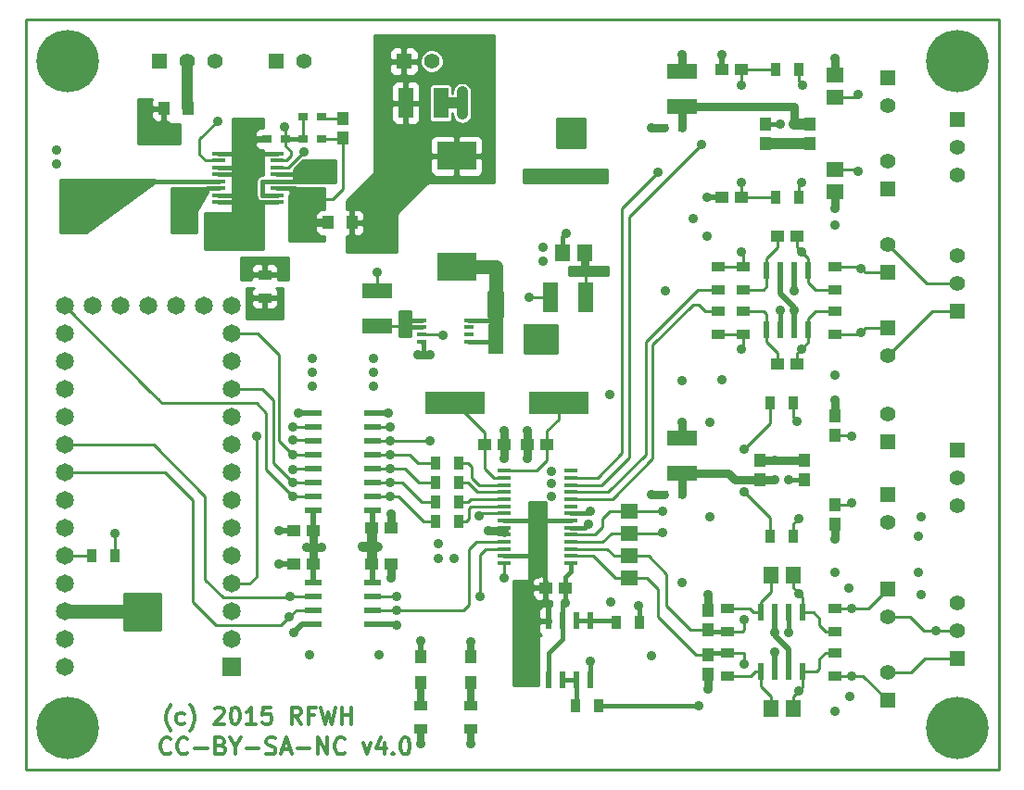
<source format=gtl>
G04 (created by PCBNEW (2013-07-07 BZR 4022)-stable) date 5/12/2015 8:03:53 AM*
%MOIN*%
G04 Gerber Fmt 3.4, Leading zero omitted, Abs format*
%FSLAX34Y34*%
G01*
G70*
G90*
G04 APERTURE LIST*
%ADD10C,0.006*%
%ADD11C,0.012*%
%ADD12C,0.01*%
%ADD13C,0.035*%
%ADD14R,0.0472441X0.0354331*%
%ADD15R,0.0354331X0.0472441*%
%ADD16R,0.0354331X0.0314961*%
%ADD17R,0.216535X0.0787402*%
%ADD18R,0.023622X0.0610236*%
%ADD19R,0.065X0.065*%
%ADD20C,0.065*%
%ADD21R,0.0610236X0.023622*%
%ADD22R,0.055X0.055*%
%ADD23C,0.055*%
%ADD24R,0.1X0.14*%
%ADD25R,0.14X0.1*%
%ADD26R,0.05X0.0165*%
%ADD27R,0.0354331X0.0165354*%
%ADD28R,0.0433071X0.0492126*%
%ADD29R,0.0531496X0.110236*%
%ADD30R,0.110236X0.0531496*%
%ADD31R,0.0610236X0.0531496*%
%ADD32R,0.0531496X0.0610236*%
%ADD33R,0.0452756X0.0433071*%
%ADD34R,0.0433071X0.0452756*%
%ADD35R,0.0511811X0.015748*%
%ADD36R,0.0393701X0.0472441*%
%ADD37R,0.0314961X0.0314961*%
%ADD38C,0.224409*%
%ADD39C,0.02*%
%ADD40C,0.035*%
%ADD41C,0.015*%
%ADD42C,0.03*%
%ADD43C,0.025*%
%ADD44C,0.05*%
%ADD45C,0.04*%
G04 APERTURE END LIST*
G54D10*
G54D11*
X43222Y-53581D02*
X43194Y-53552D01*
X43137Y-53467D01*
X43108Y-53410D01*
X43080Y-53324D01*
X43051Y-53181D01*
X43051Y-53067D01*
X43080Y-52924D01*
X43108Y-52838D01*
X43137Y-52781D01*
X43194Y-52695D01*
X43222Y-52667D01*
X43708Y-53324D02*
X43651Y-53352D01*
X43537Y-53352D01*
X43480Y-53324D01*
X43451Y-53295D01*
X43422Y-53238D01*
X43422Y-53067D01*
X43451Y-53010D01*
X43480Y-52981D01*
X43537Y-52952D01*
X43651Y-52952D01*
X43708Y-52981D01*
X43908Y-53581D02*
X43937Y-53552D01*
X43994Y-53467D01*
X44022Y-53410D01*
X44051Y-53324D01*
X44080Y-53181D01*
X44080Y-53067D01*
X44051Y-52924D01*
X44022Y-52838D01*
X43994Y-52781D01*
X43937Y-52695D01*
X43908Y-52667D01*
X44794Y-52810D02*
X44822Y-52781D01*
X44880Y-52752D01*
X45022Y-52752D01*
X45080Y-52781D01*
X45108Y-52810D01*
X45137Y-52867D01*
X45137Y-52924D01*
X45108Y-53010D01*
X44765Y-53352D01*
X45137Y-53352D01*
X45508Y-52752D02*
X45565Y-52752D01*
X45622Y-52781D01*
X45651Y-52810D01*
X45680Y-52867D01*
X45708Y-52981D01*
X45708Y-53124D01*
X45680Y-53238D01*
X45651Y-53295D01*
X45622Y-53324D01*
X45565Y-53352D01*
X45508Y-53352D01*
X45451Y-53324D01*
X45422Y-53295D01*
X45394Y-53238D01*
X45365Y-53124D01*
X45365Y-52981D01*
X45394Y-52867D01*
X45422Y-52810D01*
X45451Y-52781D01*
X45508Y-52752D01*
X46280Y-53352D02*
X45937Y-53352D01*
X46108Y-53352D02*
X46108Y-52752D01*
X46051Y-52838D01*
X45994Y-52895D01*
X45937Y-52924D01*
X46822Y-52752D02*
X46537Y-52752D01*
X46508Y-53038D01*
X46537Y-53010D01*
X46594Y-52981D01*
X46737Y-52981D01*
X46794Y-53010D01*
X46822Y-53038D01*
X46851Y-53095D01*
X46851Y-53238D01*
X46822Y-53295D01*
X46794Y-53324D01*
X46737Y-53352D01*
X46594Y-53352D01*
X46537Y-53324D01*
X46508Y-53295D01*
X47908Y-53352D02*
X47708Y-53067D01*
X47565Y-53352D02*
X47565Y-52752D01*
X47794Y-52752D01*
X47851Y-52781D01*
X47880Y-52810D01*
X47908Y-52867D01*
X47908Y-52952D01*
X47880Y-53010D01*
X47851Y-53038D01*
X47794Y-53067D01*
X47565Y-53067D01*
X48365Y-53038D02*
X48165Y-53038D01*
X48165Y-53352D02*
X48165Y-52752D01*
X48451Y-52752D01*
X48622Y-52752D02*
X48765Y-53352D01*
X48880Y-52924D01*
X48994Y-53352D01*
X49137Y-52752D01*
X49365Y-53352D02*
X49365Y-52752D01*
X49365Y-53038D02*
X49708Y-53038D01*
X49708Y-53352D02*
X49708Y-52752D01*
X43215Y-54385D02*
X43187Y-54414D01*
X43101Y-54442D01*
X43044Y-54442D01*
X42958Y-54414D01*
X42901Y-54357D01*
X42872Y-54300D01*
X42844Y-54185D01*
X42844Y-54100D01*
X42872Y-53985D01*
X42901Y-53928D01*
X42958Y-53871D01*
X43044Y-53842D01*
X43101Y-53842D01*
X43187Y-53871D01*
X43215Y-53900D01*
X43815Y-54385D02*
X43787Y-54414D01*
X43701Y-54442D01*
X43644Y-54442D01*
X43558Y-54414D01*
X43501Y-54357D01*
X43472Y-54300D01*
X43444Y-54185D01*
X43444Y-54100D01*
X43472Y-53985D01*
X43501Y-53928D01*
X43558Y-53871D01*
X43644Y-53842D01*
X43701Y-53842D01*
X43787Y-53871D01*
X43815Y-53900D01*
X44072Y-54214D02*
X44530Y-54214D01*
X45015Y-54128D02*
X45101Y-54157D01*
X45130Y-54185D01*
X45158Y-54242D01*
X45158Y-54328D01*
X45130Y-54385D01*
X45101Y-54414D01*
X45044Y-54442D01*
X44815Y-54442D01*
X44815Y-53842D01*
X45015Y-53842D01*
X45072Y-53871D01*
X45101Y-53900D01*
X45130Y-53957D01*
X45130Y-54014D01*
X45101Y-54071D01*
X45072Y-54100D01*
X45015Y-54128D01*
X44815Y-54128D01*
X45530Y-54157D02*
X45530Y-54442D01*
X45330Y-53842D02*
X45530Y-54157D01*
X45730Y-53842D01*
X45930Y-54214D02*
X46387Y-54214D01*
X46644Y-54414D02*
X46730Y-54442D01*
X46872Y-54442D01*
X46930Y-54414D01*
X46958Y-54385D01*
X46987Y-54328D01*
X46987Y-54271D01*
X46958Y-54214D01*
X46930Y-54185D01*
X46872Y-54157D01*
X46758Y-54128D01*
X46701Y-54100D01*
X46672Y-54071D01*
X46644Y-54014D01*
X46644Y-53957D01*
X46672Y-53900D01*
X46701Y-53871D01*
X46758Y-53842D01*
X46901Y-53842D01*
X46987Y-53871D01*
X47215Y-54271D02*
X47501Y-54271D01*
X47158Y-54442D02*
X47358Y-53842D01*
X47558Y-54442D01*
X47758Y-54214D02*
X48215Y-54214D01*
X48501Y-54442D02*
X48501Y-53842D01*
X48844Y-54442D01*
X48844Y-53842D01*
X49472Y-54385D02*
X49444Y-54414D01*
X49358Y-54442D01*
X49301Y-54442D01*
X49215Y-54414D01*
X49158Y-54357D01*
X49130Y-54300D01*
X49101Y-54185D01*
X49101Y-54100D01*
X49130Y-53985D01*
X49158Y-53928D01*
X49215Y-53871D01*
X49301Y-53842D01*
X49358Y-53842D01*
X49444Y-53871D01*
X49472Y-53900D01*
X50130Y-54042D02*
X50272Y-54442D01*
X50415Y-54042D01*
X50901Y-54042D02*
X50901Y-54442D01*
X50758Y-53814D02*
X50615Y-54242D01*
X50987Y-54242D01*
X51215Y-54385D02*
X51244Y-54414D01*
X51215Y-54442D01*
X51187Y-54414D01*
X51215Y-54385D01*
X51215Y-54442D01*
X51615Y-53842D02*
X51672Y-53842D01*
X51730Y-53871D01*
X51758Y-53900D01*
X51787Y-53957D01*
X51815Y-54071D01*
X51815Y-54214D01*
X51787Y-54328D01*
X51758Y-54385D01*
X51730Y-54414D01*
X51672Y-54442D01*
X51615Y-54442D01*
X51558Y-54414D01*
X51530Y-54385D01*
X51501Y-54328D01*
X51472Y-54214D01*
X51472Y-54071D01*
X51501Y-53957D01*
X51530Y-53900D01*
X51558Y-53871D01*
X51615Y-53842D01*
G54D12*
X38000Y-28000D02*
X73000Y-28000D01*
X38000Y-55000D02*
X38000Y-28000D01*
X73000Y-55000D02*
X38000Y-55000D01*
X73000Y-28000D02*
X73000Y-55000D01*
G54D13*
X55800Y-49850D03*
X55800Y-49400D03*
X55800Y-50300D03*
X55800Y-50750D03*
X55800Y-51650D03*
X55800Y-51200D03*
X56300Y-51200D03*
X56300Y-51650D03*
X56300Y-50750D03*
X56300Y-50300D03*
X56400Y-47950D03*
X56400Y-47050D03*
X56400Y-47500D03*
X56400Y-46150D03*
X56400Y-45700D03*
X56400Y-46600D03*
X56900Y-45150D03*
X42700Y-48800D03*
X42700Y-49300D03*
X42700Y-49800D03*
X42200Y-49800D03*
X42200Y-49300D03*
X42200Y-48800D03*
X56600Y-36700D03*
X56600Y-36200D03*
X57950Y-31750D03*
X57250Y-31750D03*
X50650Y-37100D03*
X56100Y-38000D03*
X56900Y-39850D03*
X56900Y-39150D03*
X50900Y-33100D03*
X50900Y-33750D03*
X52050Y-32100D03*
X51450Y-32100D03*
X50900Y-32500D03*
X50900Y-30600D03*
X50900Y-31200D03*
X50900Y-31850D03*
G54D14*
X62900Y-38486D03*
X62900Y-39313D03*
G54D15*
X65613Y-41800D03*
X64786Y-41800D03*
X65613Y-46600D03*
X64786Y-46600D03*
X58613Y-52700D03*
X57786Y-52700D03*
X64986Y-34400D03*
X65813Y-34400D03*
X64986Y-29800D03*
X65813Y-29800D03*
G54D14*
X67100Y-49186D03*
X67100Y-50013D03*
X63250Y-51613D03*
X63250Y-50786D03*
X62900Y-37713D03*
X62900Y-36886D03*
X67100Y-37713D03*
X67100Y-36886D03*
X63800Y-39313D03*
X63800Y-38486D03*
X63800Y-36886D03*
X63800Y-37713D03*
X67100Y-51613D03*
X67100Y-50786D03*
X63250Y-49186D03*
X63250Y-50013D03*
G54D15*
X60063Y-49700D03*
X59236Y-49700D03*
G54D14*
X54000Y-52686D03*
X54000Y-53513D03*
G54D15*
X52736Y-43950D03*
X53563Y-43950D03*
X52736Y-44650D03*
X53563Y-44650D03*
X52736Y-45350D03*
X53563Y-45350D03*
X52736Y-46050D03*
X53563Y-46050D03*
X40386Y-47300D03*
X41213Y-47300D03*
G54D14*
X67100Y-38486D03*
X67100Y-39313D03*
X52200Y-52686D03*
X52200Y-53513D03*
X46600Y-38013D03*
X46600Y-37186D03*
G54D16*
X47965Y-32300D03*
X48634Y-32300D03*
X46665Y-32300D03*
X47334Y-32300D03*
X47965Y-31500D03*
X48634Y-31500D03*
G54D17*
X53429Y-41800D03*
X57170Y-41800D03*
G54D18*
X65450Y-51462D03*
X65950Y-51462D03*
X64950Y-51462D03*
X64450Y-51462D03*
X64450Y-49337D03*
X64950Y-49337D03*
X65950Y-49337D03*
X65450Y-49337D03*
X65150Y-37037D03*
X64650Y-37037D03*
X65650Y-37037D03*
X66150Y-37037D03*
X66150Y-39162D03*
X65650Y-39162D03*
X64650Y-39162D03*
X65150Y-39162D03*
X57800Y-51762D03*
X58300Y-51762D03*
X57300Y-51762D03*
X56800Y-51762D03*
X56800Y-49637D03*
X57300Y-49637D03*
X58300Y-49637D03*
X57800Y-49637D03*
G54D19*
X45400Y-51300D03*
G54D20*
X45400Y-50300D03*
X45400Y-49300D03*
X45400Y-48300D03*
X45400Y-47300D03*
X45400Y-46300D03*
X45400Y-45300D03*
X45400Y-44300D03*
X45400Y-43300D03*
X45400Y-42300D03*
X45400Y-41300D03*
X45400Y-40300D03*
X45400Y-39300D03*
X45400Y-38300D03*
X44400Y-38300D03*
X43400Y-38300D03*
X42400Y-38300D03*
X41400Y-38300D03*
X40400Y-38300D03*
X39400Y-38300D03*
X39400Y-39300D03*
X39400Y-40300D03*
X39400Y-41300D03*
X39400Y-42300D03*
X39400Y-43300D03*
X39400Y-44300D03*
X39400Y-45300D03*
X39400Y-46300D03*
X39400Y-47300D03*
X39400Y-48300D03*
X39400Y-49300D03*
X39400Y-50300D03*
X39400Y-51300D03*
G54D21*
X48337Y-48250D03*
X48337Y-48750D03*
X48337Y-49250D03*
X48337Y-49750D03*
X50462Y-49750D03*
X50462Y-49250D03*
X50462Y-48750D03*
X50462Y-48250D03*
X50462Y-45650D03*
X50462Y-45150D03*
X50462Y-44650D03*
X50462Y-44150D03*
X50462Y-43650D03*
X50462Y-43150D03*
X50462Y-42650D03*
X50462Y-42150D03*
X48337Y-42150D03*
X48337Y-42650D03*
X48337Y-43150D03*
X48337Y-43650D03*
X48337Y-44150D03*
X48337Y-44650D03*
X48337Y-45150D03*
X48337Y-45650D03*
G54D22*
X42800Y-29500D03*
G54D23*
X43800Y-29500D03*
X44800Y-29500D03*
G54D22*
X71500Y-38500D03*
G54D23*
X71500Y-37500D03*
X71500Y-36500D03*
G54D22*
X71500Y-31600D03*
G54D23*
X71500Y-32600D03*
X71500Y-33600D03*
G54D22*
X71500Y-43500D03*
G54D23*
X71500Y-44500D03*
X71500Y-45500D03*
G54D22*
X71500Y-51000D03*
G54D23*
X71500Y-50000D03*
X71500Y-49000D03*
G54D22*
X47000Y-29500D03*
G54D23*
X48000Y-29500D03*
G54D22*
X51600Y-29500D03*
G54D23*
X52600Y-29500D03*
G54D22*
X69000Y-34092D03*
G54D23*
X69000Y-33107D03*
G54D22*
X69000Y-52492D03*
G54D23*
X69000Y-51507D03*
G54D22*
X69000Y-48507D03*
G54D23*
X69000Y-49492D03*
G54D22*
X69000Y-43192D03*
G54D23*
X69000Y-42207D03*
G54D22*
X69000Y-45107D03*
G54D23*
X69000Y-46092D03*
G54D22*
X69000Y-30107D03*
G54D23*
X69000Y-31092D03*
G54D22*
X69000Y-39107D03*
G54D23*
X69000Y-40092D03*
G54D22*
X69000Y-37092D03*
G54D23*
X69000Y-36107D03*
G54D24*
X39700Y-35000D03*
X43700Y-35000D03*
G54D25*
X53500Y-36900D03*
X53500Y-32900D03*
G54D26*
X44950Y-32825D03*
X44950Y-33075D03*
X44950Y-33325D03*
X44950Y-33575D03*
X44950Y-33825D03*
X44950Y-34075D03*
X44950Y-34325D03*
X44950Y-34575D03*
X47050Y-34575D03*
X47050Y-34325D03*
X47050Y-34075D03*
X47050Y-33825D03*
X47050Y-33575D03*
X47050Y-33325D03*
X47050Y-33075D03*
X47050Y-32825D03*
G54D27*
X52253Y-38816D03*
X52253Y-39072D03*
X52253Y-39327D03*
X52253Y-39583D03*
X53946Y-39583D03*
X53946Y-39327D03*
X53946Y-39072D03*
X53946Y-38816D03*
G54D28*
X54000Y-50937D03*
X54000Y-51862D03*
X52200Y-50937D03*
X52200Y-51862D03*
G54D29*
X51670Y-31000D03*
X52929Y-31000D03*
G54D30*
X50650Y-39029D03*
X50650Y-37770D03*
X57600Y-33629D03*
X57600Y-32370D03*
G54D29*
X54920Y-39500D03*
X56179Y-39500D03*
G54D30*
X61600Y-44329D03*
X61600Y-43070D03*
G54D29*
X58129Y-38000D03*
X56870Y-38000D03*
G54D30*
X61600Y-31129D03*
X61600Y-29870D03*
G54D31*
X67100Y-34193D03*
X67100Y-33406D03*
X59700Y-45706D03*
X59700Y-46493D03*
X59700Y-48093D03*
X59700Y-47306D03*
G54D32*
X65593Y-52800D03*
X64806Y-52800D03*
X65593Y-48000D03*
X64806Y-48000D03*
X58093Y-36400D03*
X57306Y-36400D03*
G54D31*
X67100Y-30793D03*
X67100Y-30006D03*
G54D33*
X57404Y-48450D03*
X56695Y-48450D03*
X48354Y-47600D03*
X47645Y-47600D03*
G54D34*
X49400Y-31545D03*
X49400Y-32254D03*
G54D33*
X55204Y-43300D03*
X54495Y-43300D03*
X48354Y-46400D03*
X47645Y-46400D03*
X50445Y-46300D03*
X51154Y-46300D03*
X50445Y-47600D03*
X51154Y-47600D03*
G54D34*
X62550Y-49954D03*
X62550Y-49245D03*
X67100Y-45445D03*
X67100Y-46154D03*
X66000Y-44554D03*
X66000Y-43845D03*
X67100Y-42954D03*
X67100Y-42245D03*
G54D33*
X65045Y-35800D03*
X65754Y-35800D03*
G54D34*
X64400Y-44554D03*
X64400Y-43845D03*
X62550Y-50845D03*
X62550Y-51554D03*
G54D33*
X65045Y-40400D03*
X65754Y-40400D03*
X63754Y-29800D03*
X63045Y-29800D03*
X56045Y-43300D03*
X56754Y-43300D03*
G54D34*
X64600Y-31745D03*
X64600Y-32454D03*
X66200Y-31745D03*
X66200Y-32454D03*
G54D33*
X63045Y-34400D03*
X63754Y-34400D03*
G54D35*
X57600Y-45772D03*
X57600Y-45516D03*
X57600Y-45260D03*
X57600Y-45004D03*
X57600Y-44748D03*
X57600Y-44492D03*
X57600Y-44236D03*
X57600Y-46027D03*
X57600Y-46283D03*
X57600Y-46539D03*
X57600Y-46795D03*
X57600Y-47051D03*
X57600Y-47307D03*
X57600Y-47563D03*
X55199Y-47563D03*
X55199Y-47307D03*
X55199Y-47051D03*
X55199Y-46795D03*
X55199Y-46539D03*
X55199Y-46283D03*
X55199Y-46027D03*
X55199Y-44236D03*
X55199Y-44492D03*
X55199Y-44748D03*
X55199Y-45004D03*
X55199Y-45260D03*
X55199Y-45516D03*
X55199Y-45772D03*
G54D36*
X49733Y-35300D03*
X48866Y-35300D03*
X43833Y-31200D03*
X42966Y-31200D03*
G54D37*
X60985Y-31900D03*
X61614Y-31900D03*
X60985Y-45100D03*
X61614Y-45100D03*
G54D13*
X48300Y-40700D03*
X48300Y-40200D03*
X48300Y-41200D03*
X50500Y-40200D03*
X50500Y-40700D03*
X50500Y-41200D03*
X45800Y-33600D03*
X45800Y-34200D03*
X45800Y-34800D03*
X44600Y-36000D03*
X45800Y-33000D03*
X45800Y-32400D03*
X45200Y-35200D03*
X44600Y-35200D03*
X45200Y-36000D03*
X45800Y-35400D03*
X45800Y-31800D03*
X45800Y-36000D03*
X48700Y-33200D03*
X48350Y-33600D03*
X49000Y-33600D03*
X47750Y-34450D03*
X48300Y-35050D03*
X48300Y-35650D03*
X48300Y-34450D03*
X50400Y-35600D03*
X50400Y-35100D03*
X49800Y-34600D03*
X50400Y-34600D03*
X49800Y-36100D03*
X50400Y-36100D03*
X46000Y-37100D03*
X46600Y-36700D03*
X47200Y-37100D03*
X48650Y-47000D03*
X48100Y-47000D03*
G54D38*
X71500Y-29500D03*
X71500Y-53500D03*
X39500Y-53500D03*
X39500Y-29500D03*
G54D13*
X39100Y-33200D03*
X39100Y-32700D03*
X42300Y-32100D03*
X42800Y-32100D03*
X43300Y-32100D03*
X42300Y-31100D03*
X42300Y-31600D03*
X53700Y-30600D03*
X53700Y-31400D03*
X54900Y-38550D03*
X54900Y-38000D03*
X51650Y-38700D03*
X51650Y-39200D03*
X52100Y-40050D03*
X52550Y-40050D03*
X50100Y-46950D03*
X50650Y-46950D03*
X52850Y-46850D03*
X53400Y-47400D03*
X52850Y-47400D03*
X56550Y-33650D03*
X56050Y-33650D03*
X58700Y-33650D03*
X57700Y-37050D03*
X58250Y-37050D03*
X58800Y-37050D03*
X46100Y-38600D03*
X46600Y-38600D03*
X47100Y-38600D03*
X41700Y-48800D03*
X41700Y-49300D03*
X41700Y-49800D03*
X54650Y-46400D03*
X56900Y-44250D03*
X56900Y-44700D03*
X52200Y-50350D03*
X50700Y-50850D03*
X60500Y-31900D03*
X61000Y-37750D03*
X60500Y-45100D03*
X60500Y-50900D03*
X58300Y-51100D03*
X59050Y-48950D03*
X54000Y-50400D03*
X52550Y-43150D03*
X54300Y-45850D03*
X51100Y-43150D03*
X67700Y-49186D03*
X67700Y-51613D03*
X63850Y-51200D03*
X63850Y-49600D03*
X65450Y-50050D03*
X62200Y-52700D03*
X65450Y-44550D03*
X67700Y-45400D03*
X67700Y-43000D03*
X63850Y-43450D03*
X60900Y-45700D03*
X63850Y-45000D03*
X60900Y-46450D03*
X68050Y-36950D03*
X68050Y-39250D03*
X60050Y-49100D03*
X62000Y-35150D03*
X65150Y-38450D03*
X65150Y-31750D03*
X60750Y-33500D03*
X62300Y-32500D03*
X67950Y-33450D03*
X67950Y-30700D03*
X51350Y-49250D03*
X54350Y-48750D03*
X51350Y-48750D03*
X57400Y-49000D03*
X51100Y-45150D03*
X51100Y-44650D03*
X51100Y-44150D03*
X51100Y-43650D03*
X55200Y-48100D03*
X51100Y-42650D03*
X48200Y-50850D03*
X47600Y-45150D03*
X47600Y-44650D03*
X46300Y-43000D03*
X47600Y-42650D03*
X41200Y-46500D03*
X47600Y-43113D03*
X47600Y-44200D03*
X47486Y-49486D03*
X47600Y-43650D03*
X47500Y-48750D03*
X47100Y-46400D03*
X47100Y-47600D03*
X47650Y-50050D03*
X47800Y-42150D03*
X70100Y-47900D03*
X70100Y-46600D03*
X59000Y-41500D03*
X61600Y-29250D03*
X63050Y-29250D03*
X67100Y-29400D03*
X67100Y-34800D03*
X65650Y-32450D03*
X62500Y-34400D03*
X62500Y-35800D03*
X61600Y-41000D03*
X63050Y-40950D03*
X65650Y-37750D03*
X67100Y-35400D03*
X67100Y-40800D03*
X67100Y-41700D03*
X67100Y-46700D03*
X64950Y-43845D03*
X62600Y-45900D03*
X62600Y-42500D03*
X61600Y-42500D03*
X70200Y-45900D03*
X70200Y-48700D03*
X67650Y-52350D03*
X67100Y-52900D03*
X67100Y-47900D03*
X67600Y-48450D03*
X62550Y-52100D03*
X62550Y-48700D03*
X61600Y-48250D03*
X64950Y-50754D03*
X54000Y-54050D03*
X52200Y-54050D03*
X56050Y-43800D03*
X56050Y-42800D03*
X55200Y-43800D03*
X55200Y-42800D03*
X51350Y-49800D03*
X51150Y-48100D03*
X51150Y-45800D03*
X51050Y-42150D03*
X48000Y-32750D03*
X44900Y-31650D03*
X64950Y-50050D03*
X65800Y-48650D03*
X65800Y-52150D03*
X64950Y-44550D03*
X65800Y-45950D03*
X65750Y-42450D03*
X65650Y-38450D03*
X65900Y-36350D03*
X65900Y-39850D03*
X63750Y-39850D03*
X63750Y-36350D03*
X65900Y-33850D03*
X65950Y-30350D03*
X63750Y-30350D03*
X63750Y-33850D03*
X65650Y-31750D03*
X70750Y-50000D03*
X58300Y-45700D03*
X58250Y-46150D03*
X47300Y-31850D03*
X57450Y-35700D03*
X53000Y-39350D03*
G54D12*
X50650Y-39029D02*
X51479Y-39029D01*
X51479Y-39029D02*
X51650Y-39200D01*
G54D39*
X52200Y-50937D02*
X52200Y-50350D01*
X50462Y-48250D02*
X50462Y-47617D01*
X50462Y-47617D02*
X50445Y-47600D01*
X50462Y-45650D02*
X50462Y-46282D01*
X50462Y-46282D02*
X50445Y-46300D01*
G54D40*
X50445Y-47600D02*
X50445Y-46950D01*
X50445Y-46300D02*
X50445Y-46950D01*
X50445Y-46950D02*
X50450Y-46950D01*
X50100Y-46950D02*
X50450Y-46950D01*
X50450Y-46950D02*
X50650Y-46950D01*
G54D41*
X52253Y-39072D02*
X51777Y-39072D01*
X51777Y-39072D02*
X51650Y-39200D01*
X52253Y-38816D02*
X51766Y-38816D01*
X51766Y-38816D02*
X51650Y-38700D01*
G54D12*
X58129Y-38000D02*
X58129Y-37170D01*
X58129Y-37170D02*
X58250Y-37050D01*
G54D42*
X60985Y-31900D02*
X60500Y-31900D01*
X60985Y-45100D02*
X60500Y-45100D01*
G54D41*
X58300Y-51762D02*
X58300Y-51100D01*
G54D43*
X54000Y-50937D02*
X54000Y-50400D01*
G54D42*
X58093Y-36400D02*
X58093Y-37006D01*
X58137Y-37050D02*
X58250Y-37050D01*
X58093Y-37006D02*
X58137Y-37050D01*
G54D12*
X55199Y-45516D02*
X54016Y-45516D01*
X53850Y-46050D02*
X53563Y-46050D01*
X53950Y-45950D02*
X53850Y-46050D01*
X53950Y-45582D02*
X53950Y-45950D01*
X54016Y-45516D02*
X53950Y-45582D01*
X55199Y-45260D02*
X54010Y-45260D01*
X53920Y-45350D02*
X53563Y-45350D01*
X54010Y-45260D02*
X53920Y-45350D01*
X55199Y-45772D02*
X54377Y-45772D01*
X52550Y-43150D02*
X51100Y-43150D01*
X54377Y-45772D02*
X54300Y-45850D01*
X51100Y-43150D02*
X50462Y-43150D01*
X69000Y-48507D02*
X68992Y-48507D01*
X68992Y-48507D02*
X68313Y-49186D01*
X68313Y-49186D02*
X67700Y-49186D01*
X67700Y-49186D02*
X67100Y-49186D01*
X69000Y-52492D02*
X68992Y-52492D01*
X68992Y-52492D02*
X68113Y-51613D01*
X68113Y-51613D02*
X67700Y-51613D01*
X67700Y-51613D02*
X67100Y-51613D01*
G54D41*
X63250Y-50786D02*
X62609Y-50786D01*
X62609Y-50786D02*
X62550Y-50845D01*
G54D12*
X63850Y-51200D02*
X63850Y-50800D01*
X63850Y-50800D02*
X63836Y-50786D01*
X63836Y-50786D02*
X63250Y-50786D01*
X62550Y-50845D02*
X62095Y-50845D01*
X62095Y-50845D02*
X60750Y-49500D01*
X60750Y-49500D02*
X60750Y-48500D01*
X60750Y-48500D02*
X60343Y-48093D01*
X60343Y-48093D02*
X59700Y-48093D01*
X59700Y-48093D02*
X59193Y-48093D01*
X59193Y-48093D02*
X58407Y-47307D01*
X58407Y-47307D02*
X57600Y-47307D01*
G54D41*
X63250Y-50013D02*
X62609Y-50013D01*
X62609Y-50013D02*
X62550Y-49954D01*
G54D12*
X63850Y-49600D02*
X63850Y-49950D01*
X63850Y-49950D02*
X63786Y-50013D01*
X63786Y-50013D02*
X63250Y-50013D01*
X62550Y-49954D02*
X61904Y-49954D01*
X60406Y-47306D02*
X59700Y-47306D01*
X61050Y-49100D02*
X61904Y-49954D01*
X61050Y-47950D02*
X61050Y-49100D01*
X60406Y-47306D02*
X61050Y-47950D01*
X59700Y-47306D02*
X59156Y-47306D01*
X59156Y-47306D02*
X58901Y-47051D01*
X58901Y-47051D02*
X57600Y-47051D01*
G54D41*
X65450Y-50050D02*
X65450Y-49337D01*
X65450Y-44550D02*
X65454Y-44554D01*
X66000Y-44554D02*
X65454Y-44554D01*
X62200Y-52700D02*
X58613Y-52700D01*
G54D12*
X67100Y-45445D02*
X67654Y-45445D01*
X67654Y-45445D02*
X67700Y-45400D01*
X67100Y-42954D02*
X67654Y-42954D01*
X67654Y-42954D02*
X67700Y-43000D01*
X63850Y-43450D02*
X64786Y-42513D01*
X64786Y-42513D02*
X64786Y-41800D01*
X60900Y-45700D02*
X60893Y-45706D01*
X60893Y-45706D02*
X59700Y-45706D01*
X57600Y-46539D02*
X58460Y-46539D01*
X58460Y-46539D02*
X58750Y-46250D01*
X58750Y-46250D02*
X58750Y-45950D01*
X58750Y-45950D02*
X58993Y-45706D01*
X58993Y-45706D02*
X59700Y-45706D01*
X64786Y-45936D02*
X64786Y-46600D01*
X63850Y-45000D02*
X64786Y-45936D01*
X60900Y-46450D02*
X60856Y-46493D01*
X60856Y-46493D02*
X59700Y-46493D01*
X59700Y-46493D02*
X59056Y-46493D01*
X59056Y-46493D02*
X58754Y-46795D01*
X58754Y-46795D02*
X57600Y-46795D01*
X55199Y-45004D02*
X54254Y-45004D01*
X53900Y-44650D02*
X53563Y-44650D01*
X54254Y-45004D02*
X53900Y-44650D01*
X62900Y-38486D02*
X62436Y-38486D01*
X59089Y-45260D02*
X57600Y-45260D01*
X60550Y-43800D02*
X59089Y-45260D01*
X60550Y-39700D02*
X60550Y-43800D01*
X62000Y-38250D02*
X60550Y-39700D01*
X62200Y-38250D02*
X62000Y-38250D01*
X62436Y-38486D02*
X62200Y-38250D01*
X62900Y-37713D02*
X62186Y-37713D01*
X58945Y-45004D02*
X57600Y-45004D01*
X60300Y-43650D02*
X58945Y-45004D01*
X60300Y-39600D02*
X60300Y-43650D01*
X62186Y-37713D02*
X60300Y-39600D01*
X69000Y-37092D02*
X68192Y-37092D01*
X67986Y-36886D02*
X67100Y-36886D01*
X68192Y-37092D02*
X68050Y-36950D01*
X68050Y-36950D02*
X67986Y-36886D01*
X69000Y-39107D02*
X68192Y-39107D01*
X67986Y-39313D02*
X67100Y-39313D01*
X68192Y-39107D02*
X68050Y-39250D01*
X68050Y-39250D02*
X67986Y-39313D01*
G54D41*
X60063Y-49113D02*
X60050Y-49100D01*
X60063Y-49700D02*
X60063Y-49113D01*
X65150Y-39162D02*
X65150Y-38450D01*
X64600Y-31745D02*
X65145Y-31745D01*
X65145Y-31745D02*
X65150Y-31750D01*
G54D12*
X58557Y-44492D02*
X57600Y-44492D01*
X59450Y-43600D02*
X58557Y-44492D01*
X59450Y-34800D02*
X59450Y-43600D01*
X60750Y-33500D02*
X59450Y-34800D01*
X58701Y-44748D02*
X57600Y-44748D01*
X59700Y-43750D02*
X58701Y-44748D01*
X59700Y-35100D02*
X59700Y-43750D01*
X62300Y-32500D02*
X59700Y-35100D01*
X67100Y-33406D02*
X67906Y-33406D01*
X67906Y-33406D02*
X67950Y-33450D01*
X67100Y-30793D02*
X67856Y-30793D01*
X67856Y-30793D02*
X67950Y-30700D01*
X51350Y-49250D02*
X53750Y-49250D01*
X54204Y-46795D02*
X55199Y-46795D01*
X53950Y-47050D02*
X54204Y-46795D01*
X53950Y-49050D02*
X53950Y-47050D01*
X53750Y-49250D02*
X53950Y-49050D01*
X50462Y-49250D02*
X51350Y-49250D01*
X55199Y-44748D02*
X54298Y-44748D01*
X53900Y-43950D02*
X53563Y-43950D01*
X54050Y-44100D02*
X53900Y-43950D01*
X54050Y-44500D02*
X54050Y-44100D01*
X54298Y-44748D02*
X54050Y-44500D01*
X54548Y-47051D02*
X55199Y-47051D01*
X54350Y-47250D02*
X54548Y-47051D01*
X54350Y-48750D02*
X54350Y-47250D01*
X51350Y-48750D02*
X50462Y-48750D01*
G54D41*
X57300Y-49637D02*
X57300Y-50300D01*
X56800Y-50800D02*
X56800Y-51762D01*
X57300Y-50300D02*
X56800Y-50800D01*
X57300Y-49637D02*
X57300Y-49100D01*
X57300Y-49100D02*
X57400Y-49000D01*
X57404Y-48450D02*
X57404Y-48995D01*
X57404Y-48995D02*
X57400Y-49000D01*
X57600Y-47563D02*
X57600Y-47849D01*
X57404Y-48045D02*
X57404Y-48450D01*
X57600Y-47849D02*
X57404Y-48045D01*
G54D12*
X51100Y-45150D02*
X51400Y-45150D01*
X52300Y-46050D02*
X52736Y-46050D01*
X51400Y-45150D02*
X52300Y-46050D01*
X51100Y-45150D02*
X50462Y-45150D01*
X51100Y-44650D02*
X51550Y-44650D01*
X52250Y-45350D02*
X52736Y-45350D01*
X51550Y-44650D02*
X52250Y-45350D01*
X51100Y-44650D02*
X50462Y-44650D01*
X51100Y-44150D02*
X51650Y-44150D01*
X52150Y-44650D02*
X52736Y-44650D01*
X51650Y-44150D02*
X52150Y-44650D01*
X51100Y-44150D02*
X50462Y-44150D01*
X51100Y-43650D02*
X51800Y-43650D01*
X52100Y-43950D02*
X52736Y-43950D01*
X51800Y-43650D02*
X52100Y-43950D01*
X51100Y-43650D02*
X50462Y-43650D01*
X55199Y-48099D02*
X55199Y-47563D01*
X55200Y-48100D02*
X55199Y-48099D01*
X51100Y-42650D02*
X50462Y-42650D01*
G54D44*
X39400Y-49300D02*
X41700Y-49300D01*
G54D39*
X48354Y-47600D02*
X48354Y-48232D01*
X48354Y-48232D02*
X48337Y-48250D01*
X48337Y-45650D02*
X48337Y-46382D01*
X48337Y-46382D02*
X48354Y-46400D01*
G54D42*
X48354Y-47600D02*
X48354Y-46995D01*
X48354Y-46995D02*
X48104Y-46995D01*
X48104Y-46995D02*
X48100Y-47000D01*
X48354Y-46400D02*
X48354Y-46995D01*
X48358Y-47000D02*
X48650Y-47000D01*
X48354Y-46995D02*
X48358Y-47000D01*
G54D12*
X39400Y-38300D02*
X42450Y-41350D01*
X42450Y-41350D02*
X42800Y-41700D01*
X42800Y-41700D02*
X42850Y-41750D01*
X42850Y-41750D02*
X42900Y-41800D01*
X42900Y-41800D02*
X46300Y-41800D01*
X46300Y-41800D02*
X46650Y-42150D01*
X46650Y-42150D02*
X46650Y-44200D01*
X46650Y-44200D02*
X47600Y-45150D01*
X48337Y-45150D02*
X47600Y-45150D01*
X45400Y-41300D02*
X46500Y-41300D01*
X46500Y-41300D02*
X46900Y-41700D01*
X46900Y-41700D02*
X46900Y-43950D01*
X46900Y-43950D02*
X47600Y-44650D01*
X47600Y-44650D02*
X48337Y-44650D01*
X45400Y-48300D02*
X46050Y-48300D01*
X46300Y-48050D02*
X46300Y-43000D01*
X46050Y-48300D02*
X46300Y-48050D01*
X48337Y-42650D02*
X47600Y-42650D01*
X41213Y-47300D02*
X41213Y-46513D01*
X41213Y-46513D02*
X41200Y-46500D01*
X48300Y-43113D02*
X48337Y-43150D01*
X47600Y-43113D02*
X48300Y-43113D01*
X47650Y-44150D02*
X48337Y-44150D01*
X47600Y-44200D02*
X47650Y-44150D01*
X39400Y-44300D02*
X43000Y-44300D01*
X47173Y-49800D02*
X47486Y-49486D01*
X44850Y-49800D02*
X47173Y-49800D01*
X44000Y-48950D02*
X44850Y-49800D01*
X44000Y-45300D02*
X44000Y-48950D01*
X43000Y-44300D02*
X44000Y-45300D01*
X47723Y-49250D02*
X48337Y-49250D01*
X47486Y-49486D02*
X47723Y-49250D01*
X45400Y-39300D02*
X46350Y-39300D01*
X46350Y-39300D02*
X47100Y-40050D01*
X47100Y-40050D02*
X47100Y-43150D01*
X47100Y-43150D02*
X47600Y-43650D01*
X48337Y-43650D02*
X47600Y-43650D01*
X39400Y-43300D02*
X42600Y-43300D01*
X47450Y-48800D02*
X47500Y-48750D01*
X45100Y-48800D02*
X47450Y-48800D01*
X44450Y-48150D02*
X45100Y-48800D01*
X44450Y-45150D02*
X44450Y-48150D01*
X42600Y-43300D02*
X44450Y-45150D01*
X48337Y-48750D02*
X47500Y-48750D01*
G54D39*
X47645Y-46400D02*
X47100Y-46400D01*
X47645Y-47600D02*
X47100Y-47600D01*
X48337Y-49750D02*
X47950Y-49750D01*
X47950Y-49750D02*
X47650Y-50050D01*
X48337Y-42150D02*
X47800Y-42150D01*
G54D12*
X56870Y-38000D02*
X56100Y-38000D01*
X50650Y-37770D02*
X50650Y-37100D01*
G54D39*
X46665Y-32300D02*
X45900Y-32300D01*
X45900Y-32300D02*
X45800Y-32400D01*
G54D42*
X61600Y-29870D02*
X61600Y-29250D01*
G54D39*
X63045Y-29800D02*
X63045Y-29254D01*
X63045Y-29254D02*
X63050Y-29250D01*
G54D42*
X67100Y-30006D02*
X67100Y-29400D01*
X67100Y-34193D02*
X67100Y-34800D01*
G54D39*
X65650Y-32450D02*
X65650Y-32454D01*
G54D45*
X64600Y-32454D02*
X65650Y-32454D01*
X65650Y-32454D02*
X66200Y-32454D01*
G54D39*
X63045Y-34400D02*
X62500Y-34400D01*
X65650Y-37037D02*
X65650Y-37750D01*
G54D42*
X67100Y-42245D02*
X67100Y-41700D01*
X67100Y-46154D02*
X67100Y-46700D01*
X64400Y-43845D02*
X64950Y-43845D01*
X64950Y-43845D02*
X66000Y-43845D01*
X61600Y-43070D02*
X61600Y-42500D01*
X62550Y-51554D02*
X62550Y-52100D01*
X62550Y-49245D02*
X62550Y-48700D01*
G54D39*
X64950Y-50754D02*
X64950Y-51462D01*
G54D41*
X55199Y-47307D02*
X56142Y-47307D01*
X56142Y-47307D02*
X56400Y-47050D01*
X55199Y-46027D02*
X56277Y-46027D01*
X56277Y-46027D02*
X56400Y-46150D01*
X57600Y-46027D02*
X56522Y-46027D01*
X56522Y-46027D02*
X56400Y-46150D01*
G54D43*
X54000Y-53513D02*
X54000Y-54050D01*
X52200Y-53513D02*
X52200Y-54050D01*
G54D42*
X56045Y-43300D02*
X56045Y-43795D01*
X56045Y-43795D02*
X56050Y-43800D01*
X56045Y-43300D02*
X56045Y-42804D01*
X56045Y-42804D02*
X56050Y-42800D01*
X55204Y-43300D02*
X55204Y-43795D01*
X55204Y-43795D02*
X55200Y-43800D01*
X55204Y-43300D02*
X55204Y-42804D01*
X55204Y-42804D02*
X55200Y-42800D01*
G54D39*
X50462Y-49750D02*
X51300Y-49750D01*
X51300Y-49750D02*
X51350Y-49800D01*
G54D42*
X51154Y-47600D02*
X51154Y-48095D01*
X51154Y-48095D02*
X51150Y-48100D01*
X51154Y-46300D02*
X51154Y-45804D01*
X51154Y-45804D02*
X51150Y-45800D01*
G54D39*
X50462Y-42150D02*
X51050Y-42150D01*
G54D41*
X52300Y-40050D02*
X52300Y-39630D01*
X52300Y-39630D02*
X52253Y-39583D01*
G54D42*
X52100Y-40050D02*
X52300Y-40050D01*
X52300Y-40050D02*
X52550Y-40050D01*
G54D45*
X53700Y-31000D02*
X52929Y-31000D01*
X53700Y-30600D02*
X53700Y-31000D01*
X53700Y-31000D02*
X53700Y-31400D01*
G54D41*
X44950Y-32825D02*
X45625Y-32825D01*
X45625Y-32825D02*
X45800Y-33000D01*
X47050Y-34575D02*
X46175Y-34575D01*
X46175Y-34575D02*
X45800Y-34200D01*
X47050Y-32825D02*
X45975Y-32825D01*
X45975Y-32825D02*
X45800Y-33000D01*
X44950Y-34575D02*
X45575Y-34575D01*
X45575Y-34575D02*
X45800Y-34800D01*
X44950Y-34325D02*
X45675Y-34325D01*
X45675Y-34325D02*
X45800Y-34200D01*
X44950Y-33575D02*
X45775Y-33575D01*
X45775Y-33575D02*
X45800Y-33600D01*
X44950Y-33325D02*
X45475Y-33325D01*
X45475Y-33325D02*
X45800Y-33000D01*
X47050Y-34325D02*
X46500Y-34325D01*
X46500Y-33825D02*
X47050Y-33825D01*
X46500Y-34325D02*
X46500Y-33825D01*
X47050Y-33825D02*
X47875Y-33825D01*
X47875Y-33825D02*
X48125Y-33575D01*
X47050Y-33575D02*
X48125Y-33575D01*
X48125Y-33575D02*
X48975Y-33575D01*
X48975Y-33575D02*
X49000Y-33600D01*
G54D12*
X47050Y-33325D02*
X47425Y-33325D01*
X47425Y-33325D02*
X48000Y-32750D01*
X44475Y-33075D02*
X44950Y-33075D01*
X44250Y-32850D02*
X44475Y-33075D01*
X44250Y-32300D02*
X44250Y-32850D01*
X44900Y-31650D02*
X44250Y-32300D01*
G54D41*
X44950Y-33825D02*
X42525Y-33825D01*
X42525Y-33825D02*
X42500Y-33800D01*
G54D43*
X52200Y-51862D02*
X52200Y-52686D01*
X54000Y-51862D02*
X54000Y-52686D01*
G54D41*
X44950Y-34075D02*
X44525Y-34075D01*
X44525Y-34075D02*
X44500Y-34100D01*
G54D39*
X65450Y-51462D02*
X65450Y-50650D01*
X64950Y-50150D02*
X64950Y-50050D01*
X65450Y-50650D02*
X64950Y-50150D01*
X64950Y-50050D02*
X64950Y-49337D01*
G54D12*
X64806Y-52800D02*
X64806Y-52356D01*
X64806Y-52356D02*
X64450Y-52000D01*
X64450Y-52000D02*
X64450Y-51462D01*
X63250Y-51613D02*
X64086Y-51613D01*
X64086Y-51613D02*
X64237Y-51462D01*
X64237Y-51462D02*
X64450Y-51462D01*
X67100Y-50013D02*
X66763Y-50013D01*
X66337Y-49337D02*
X65950Y-49337D01*
X66550Y-49550D02*
X66337Y-49337D01*
X66550Y-49800D02*
X66550Y-49550D01*
X66763Y-50013D02*
X66550Y-49800D01*
X65593Y-48000D02*
X65593Y-48443D01*
X65593Y-48443D02*
X65800Y-48650D01*
X65950Y-48800D02*
X65950Y-49337D01*
X65800Y-48650D02*
X65950Y-48800D01*
X64806Y-48000D02*
X64806Y-48593D01*
X64806Y-48593D02*
X64450Y-48950D01*
X64450Y-48950D02*
X64450Y-49337D01*
X63250Y-49186D02*
X64036Y-49186D01*
X64036Y-49186D02*
X64187Y-49337D01*
X64187Y-49337D02*
X64450Y-49337D01*
X67100Y-50786D02*
X66763Y-50786D01*
X66437Y-51462D02*
X65950Y-51462D01*
X66550Y-51350D02*
X66437Y-51462D01*
X66550Y-51000D02*
X66550Y-51350D01*
X66763Y-50786D02*
X66550Y-51000D01*
X65593Y-52800D02*
X65593Y-52356D01*
X65593Y-52356D02*
X65800Y-52150D01*
X65950Y-52000D02*
X65950Y-51462D01*
X65800Y-52150D02*
X65950Y-52000D01*
G54D42*
X64945Y-44554D02*
X64400Y-44554D01*
X64950Y-44550D02*
X64945Y-44554D01*
X61614Y-45100D02*
X61614Y-44344D01*
X61614Y-44344D02*
X61600Y-44329D01*
X64400Y-44554D02*
X63504Y-44554D01*
X63279Y-44329D02*
X61600Y-44329D01*
X63504Y-44554D02*
X63279Y-44329D01*
G54D12*
X65613Y-46600D02*
X65613Y-46136D01*
X65613Y-46136D02*
X65800Y-45950D01*
X39400Y-47300D02*
X40386Y-47300D01*
X65613Y-41800D02*
X65613Y-42313D01*
X65613Y-42313D02*
X65750Y-42450D01*
G54D39*
X65150Y-37037D02*
X65150Y-37850D01*
X65650Y-38350D02*
X65650Y-38450D01*
X65150Y-37850D02*
X65650Y-38350D01*
X65650Y-38450D02*
X65650Y-39162D01*
G54D12*
X65754Y-35800D02*
X65754Y-36204D01*
X66150Y-36600D02*
X66150Y-37037D01*
X65754Y-36204D02*
X65900Y-36350D01*
X65900Y-36350D02*
X66150Y-36600D01*
X67100Y-37713D02*
X66413Y-37713D01*
X66150Y-37450D02*
X66150Y-37037D01*
X66413Y-37713D02*
X66150Y-37450D01*
X66150Y-39162D02*
X66150Y-39600D01*
X65754Y-39995D02*
X65754Y-40400D01*
X66150Y-39600D02*
X65900Y-39850D01*
X65900Y-39850D02*
X65754Y-39995D01*
X67100Y-38486D02*
X66413Y-38486D01*
X66150Y-38750D02*
X66150Y-39162D01*
X66413Y-38486D02*
X66150Y-38750D01*
X63800Y-39800D02*
X63800Y-39313D01*
X63750Y-39850D02*
X63800Y-39800D01*
X63800Y-39313D02*
X62900Y-39313D01*
X63800Y-36400D02*
X63800Y-36886D01*
X63750Y-36350D02*
X63800Y-36400D01*
X62900Y-36886D02*
X63800Y-36886D01*
X63800Y-38486D02*
X64536Y-38486D01*
X64650Y-38600D02*
X64650Y-39162D01*
X64536Y-38486D02*
X64650Y-38600D01*
X65045Y-40400D02*
X65045Y-39995D01*
X64650Y-39600D02*
X64650Y-39162D01*
X65045Y-39995D02*
X64650Y-39600D01*
X64650Y-37037D02*
X64650Y-36600D01*
X65045Y-36204D02*
X65045Y-35800D01*
X64650Y-36600D02*
X65045Y-36204D01*
X63800Y-37713D02*
X64536Y-37713D01*
X64650Y-37600D02*
X64650Y-37037D01*
X64536Y-37713D02*
X64650Y-37600D01*
X65813Y-34400D02*
X65813Y-33936D01*
X65813Y-33936D02*
X65900Y-33850D01*
X65813Y-29800D02*
X65813Y-30213D01*
X65813Y-30213D02*
X65950Y-30350D01*
X63754Y-29800D02*
X63754Y-30345D01*
X63754Y-30345D02*
X63750Y-30350D01*
X64986Y-29800D02*
X63754Y-29800D01*
X63754Y-34400D02*
X63754Y-33854D01*
X63754Y-33854D02*
X63750Y-33850D01*
X64986Y-34400D02*
X63754Y-34400D01*
G54D45*
X65650Y-31750D02*
X66195Y-31750D01*
X66195Y-31750D02*
X66200Y-31745D01*
G54D42*
X61600Y-31129D02*
X65629Y-31129D01*
X65650Y-31150D02*
X65650Y-31750D01*
X65629Y-31129D02*
X65650Y-31150D01*
X61614Y-31900D02*
X61614Y-31144D01*
X61614Y-31144D02*
X61600Y-31129D01*
G54D41*
X57800Y-51762D02*
X57800Y-52686D01*
X57800Y-52686D02*
X57786Y-52700D01*
X57300Y-51762D02*
X57800Y-51762D01*
X58300Y-49637D02*
X59173Y-49637D01*
X59173Y-49637D02*
X59236Y-49700D01*
X57800Y-49637D02*
X58300Y-49637D01*
G54D42*
X55199Y-46400D02*
X54650Y-46400D01*
G54D41*
X55199Y-46283D02*
X55199Y-46400D01*
X55199Y-46400D02*
X55199Y-46539D01*
G54D12*
X69000Y-49492D02*
X69792Y-49492D01*
X70300Y-50000D02*
X70750Y-50000D01*
X69792Y-49492D02*
X70300Y-50000D01*
X70750Y-50000D02*
X71500Y-50000D01*
X69000Y-51507D02*
X69842Y-51507D01*
X69842Y-51507D02*
X70350Y-51000D01*
X70350Y-51000D02*
X71500Y-51000D01*
X71500Y-37500D02*
X70392Y-37500D01*
X70392Y-37500D02*
X69000Y-36107D01*
X71500Y-38500D02*
X70592Y-38500D01*
X70592Y-38500D02*
X69000Y-40092D01*
G54D41*
X57600Y-45772D02*
X58227Y-45772D01*
X58227Y-45772D02*
X58300Y-45700D01*
X57600Y-46283D02*
X58116Y-46283D01*
X58116Y-46283D02*
X58250Y-46150D01*
G54D12*
X55199Y-44236D02*
X56363Y-44236D01*
X56754Y-43845D02*
X56754Y-43300D01*
X56363Y-44236D02*
X56754Y-43845D01*
X56754Y-43300D02*
X56754Y-42795D01*
X57170Y-42379D02*
X57170Y-41800D01*
X56754Y-42795D02*
X57170Y-42379D01*
X55199Y-44492D02*
X54842Y-44492D01*
X54500Y-43304D02*
X54495Y-43300D01*
X54500Y-44150D02*
X54500Y-43304D01*
X54842Y-44492D02*
X54500Y-44150D01*
X54495Y-43300D02*
X54495Y-42865D01*
X54495Y-42865D02*
X53429Y-41800D01*
X47334Y-31884D02*
X47334Y-32300D01*
X47300Y-31850D02*
X47334Y-31884D01*
X47050Y-33075D02*
X47378Y-33075D01*
X47378Y-33075D02*
X47550Y-32903D01*
X47550Y-32903D02*
X47550Y-32750D01*
X47550Y-32750D02*
X47334Y-32534D01*
X47334Y-32534D02*
X47334Y-32300D01*
X47965Y-32300D02*
X47965Y-31500D01*
G54D41*
X47965Y-32300D02*
X47334Y-32300D01*
G54D42*
X48866Y-35300D02*
X48300Y-35300D01*
X48300Y-35300D02*
X48300Y-35050D01*
G54D12*
X48634Y-32300D02*
X49354Y-32300D01*
X49354Y-32300D02*
X49400Y-32254D01*
X49400Y-32254D02*
X49400Y-34100D01*
X49400Y-34100D02*
X49050Y-34450D01*
X49050Y-34450D02*
X48300Y-34450D01*
G54D41*
X47050Y-34075D02*
X47675Y-34075D01*
X47675Y-34075D02*
X47750Y-34150D01*
G54D12*
X49400Y-31545D02*
X48680Y-31545D01*
X48680Y-31545D02*
X48634Y-31500D01*
G54D41*
X57306Y-35843D02*
X57306Y-36400D01*
X57450Y-35700D02*
X57306Y-35843D01*
G54D45*
X43800Y-29500D02*
X43800Y-31166D01*
X43800Y-31166D02*
X43833Y-31200D01*
G54D12*
X52977Y-39327D02*
X52253Y-39327D01*
X53000Y-39350D02*
X52977Y-39327D01*
G54D41*
X53946Y-39583D02*
X54836Y-39583D01*
X54836Y-39583D02*
X54920Y-39500D01*
X53946Y-38816D02*
X54920Y-38816D01*
G54D44*
X54920Y-39500D02*
X54920Y-38816D01*
X54920Y-38816D02*
X54920Y-38570D01*
X54920Y-38570D02*
X54900Y-38550D01*
X53500Y-36900D02*
X54900Y-36900D01*
X54900Y-36900D02*
X54900Y-38000D01*
G54D10*
G36*
X46550Y-36250D02*
X44450Y-36250D01*
X44450Y-34950D01*
X45450Y-34950D01*
X45450Y-34678D01*
X45450Y-34657D01*
X45450Y-34492D01*
X45450Y-34471D01*
X45450Y-34428D01*
X45450Y-34407D01*
X45450Y-34242D01*
X45450Y-34221D01*
X45450Y-33678D01*
X45450Y-33657D01*
X45450Y-33492D01*
X45450Y-33471D01*
X45450Y-33428D01*
X45450Y-33407D01*
X45450Y-33242D01*
X45450Y-33221D01*
X45450Y-32928D01*
X45450Y-32907D01*
X45450Y-32742D01*
X45450Y-32721D01*
X45450Y-31550D01*
X46550Y-31550D01*
X46550Y-31892D01*
X46438Y-31892D01*
X46346Y-31930D01*
X46276Y-32000D01*
X46238Y-32092D01*
X46238Y-32192D01*
X46238Y-32187D01*
X46300Y-32250D01*
X46550Y-32250D01*
X46550Y-32350D01*
X46300Y-32350D01*
X46238Y-32412D01*
X46238Y-32407D01*
X46238Y-32507D01*
X46276Y-32599D01*
X46346Y-32669D01*
X46438Y-32707D01*
X46550Y-32707D01*
X46550Y-32721D01*
X46550Y-32742D01*
X46550Y-32774D01*
X46550Y-32875D01*
X46550Y-32907D01*
X46550Y-32928D01*
X46550Y-33600D01*
X46500Y-33600D01*
X46413Y-33617D01*
X46340Y-33665D01*
X46292Y-33738D01*
X46275Y-33825D01*
X46275Y-34325D01*
X46292Y-34411D01*
X46340Y-34484D01*
X46413Y-34532D01*
X46500Y-34550D01*
X46550Y-34550D01*
X46550Y-34625D01*
X46550Y-34657D01*
X46550Y-34678D01*
X46550Y-36250D01*
X46550Y-36250D01*
G37*
G54D12*
X46550Y-36250D02*
X44450Y-36250D01*
X44450Y-34950D01*
X45450Y-34950D01*
X45450Y-34678D01*
X45450Y-34657D01*
X45450Y-34492D01*
X45450Y-34471D01*
X45450Y-34428D01*
X45450Y-34407D01*
X45450Y-34242D01*
X45450Y-34221D01*
X45450Y-33678D01*
X45450Y-33657D01*
X45450Y-33492D01*
X45450Y-33471D01*
X45450Y-33428D01*
X45450Y-33407D01*
X45450Y-33242D01*
X45450Y-33221D01*
X45450Y-32928D01*
X45450Y-32907D01*
X45450Y-32742D01*
X45450Y-32721D01*
X45450Y-31550D01*
X46550Y-31550D01*
X46550Y-31892D01*
X46438Y-31892D01*
X46346Y-31930D01*
X46276Y-32000D01*
X46238Y-32092D01*
X46238Y-32192D01*
X46238Y-32187D01*
X46300Y-32250D01*
X46550Y-32250D01*
X46550Y-32350D01*
X46300Y-32350D01*
X46238Y-32412D01*
X46238Y-32407D01*
X46238Y-32507D01*
X46276Y-32599D01*
X46346Y-32669D01*
X46438Y-32707D01*
X46550Y-32707D01*
X46550Y-32721D01*
X46550Y-32742D01*
X46550Y-32774D01*
X46550Y-32875D01*
X46550Y-32907D01*
X46550Y-32928D01*
X46550Y-33600D01*
X46500Y-33600D01*
X46413Y-33617D01*
X46340Y-33665D01*
X46292Y-33738D01*
X46275Y-33825D01*
X46275Y-34325D01*
X46292Y-34411D01*
X46340Y-34484D01*
X46413Y-34532D01*
X46500Y-34550D01*
X46550Y-34550D01*
X46550Y-34625D01*
X46550Y-34657D01*
X46550Y-34678D01*
X46550Y-36250D01*
G54D10*
G36*
X44550Y-34186D02*
X44150Y-34886D01*
X44150Y-35650D01*
X43250Y-35650D01*
X43250Y-34050D01*
X44550Y-34050D01*
X44550Y-34186D01*
X44550Y-34186D01*
G37*
G54D12*
X44550Y-34186D02*
X44150Y-34886D01*
X44150Y-35650D01*
X43250Y-35650D01*
X43250Y-34050D01*
X44550Y-34050D01*
X44550Y-34186D01*
G54D10*
G36*
X42650Y-33874D02*
X40183Y-35650D01*
X39250Y-35650D01*
X39250Y-33750D01*
X42650Y-33750D01*
X42650Y-33874D01*
X42650Y-33874D01*
G37*
G54D12*
X42650Y-33874D02*
X40183Y-35650D01*
X39250Y-35650D01*
X39250Y-33750D01*
X42650Y-33750D01*
X42650Y-33874D01*
G54D10*
G36*
X49150Y-33850D02*
X47675Y-33850D01*
X47675Y-33849D01*
X47674Y-33850D01*
X47650Y-33850D01*
X47650Y-33382D01*
X47957Y-33074D01*
X48064Y-33075D01*
X48125Y-33050D01*
X49150Y-33050D01*
X49150Y-33850D01*
X49150Y-33850D01*
G37*
G54D12*
X49150Y-33850D02*
X47675Y-33850D01*
X47675Y-33849D01*
X47674Y-33850D01*
X47650Y-33850D01*
X47650Y-33382D01*
X47957Y-33074D01*
X48064Y-33075D01*
X48125Y-33050D01*
X49150Y-33050D01*
X49150Y-33850D01*
G54D10*
G36*
X48750Y-35950D02*
X47475Y-35950D01*
X47475Y-34336D01*
X47511Y-34299D01*
X47549Y-34207D01*
X47549Y-34178D01*
X47487Y-34116D01*
X47475Y-34116D01*
X47475Y-34050D01*
X47874Y-34050D01*
X47875Y-34050D01*
X47875Y-34050D01*
X47875Y-34050D01*
X48750Y-34050D01*
X48750Y-34813D01*
X48620Y-34813D01*
X48528Y-34851D01*
X48458Y-34921D01*
X48420Y-35013D01*
X48420Y-35113D01*
X48420Y-35187D01*
X48482Y-35250D01*
X48750Y-35250D01*
X48750Y-35350D01*
X48482Y-35350D01*
X48420Y-35412D01*
X48420Y-35486D01*
X48420Y-35586D01*
X48458Y-35678D01*
X48528Y-35748D01*
X48620Y-35786D01*
X48750Y-35786D01*
X48750Y-35950D01*
X48750Y-35950D01*
G37*
G54D12*
X48750Y-35950D02*
X47475Y-35950D01*
X47475Y-34336D01*
X47511Y-34299D01*
X47549Y-34207D01*
X47549Y-34178D01*
X47487Y-34116D01*
X47475Y-34116D01*
X47475Y-34050D01*
X47874Y-34050D01*
X47875Y-34050D01*
X47875Y-34050D01*
X47875Y-34050D01*
X48750Y-34050D01*
X48750Y-34813D01*
X48620Y-34813D01*
X48528Y-34851D01*
X48458Y-34921D01*
X48420Y-35013D01*
X48420Y-35113D01*
X48420Y-35187D01*
X48482Y-35250D01*
X48750Y-35250D01*
X48750Y-35350D01*
X48482Y-35350D01*
X48420Y-35412D01*
X48420Y-35486D01*
X48420Y-35586D01*
X48458Y-35678D01*
X48528Y-35748D01*
X48620Y-35786D01*
X48750Y-35786D01*
X48750Y-35950D01*
G54D10*
G36*
X47450Y-37350D02*
X47086Y-37350D01*
X47086Y-36959D01*
X47048Y-36868D01*
X46978Y-36797D01*
X46886Y-36759D01*
X46786Y-36759D01*
X46712Y-36759D01*
X46650Y-36821D01*
X46650Y-37136D01*
X47023Y-37136D01*
X47086Y-37074D01*
X47086Y-36959D01*
X47086Y-37350D01*
X47086Y-37350D01*
X47086Y-37299D01*
X47023Y-37236D01*
X46650Y-37236D01*
X46650Y-37244D01*
X46550Y-37244D01*
X46550Y-37236D01*
X46550Y-37136D01*
X46550Y-36821D01*
X46487Y-36759D01*
X46413Y-36759D01*
X46313Y-36759D01*
X46221Y-36797D01*
X46151Y-36868D01*
X46113Y-36959D01*
X46113Y-37074D01*
X46176Y-37136D01*
X46550Y-37136D01*
X46550Y-37236D01*
X46176Y-37236D01*
X46113Y-37299D01*
X46113Y-37350D01*
X45750Y-37350D01*
X45750Y-36550D01*
X47450Y-36550D01*
X47450Y-37350D01*
X47450Y-37350D01*
G37*
G54D12*
X47450Y-37350D02*
X47086Y-37350D01*
X47086Y-36959D01*
X47048Y-36868D01*
X46978Y-36797D01*
X46886Y-36759D01*
X46786Y-36759D01*
X46712Y-36759D01*
X46650Y-36821D01*
X46650Y-37136D01*
X47023Y-37136D01*
X47086Y-37074D01*
X47086Y-36959D01*
X47086Y-37350D01*
X47086Y-37350D01*
X47086Y-37299D01*
X47023Y-37236D01*
X46650Y-37236D01*
X46650Y-37244D01*
X46550Y-37244D01*
X46550Y-37236D01*
X46550Y-37136D01*
X46550Y-36821D01*
X46487Y-36759D01*
X46413Y-36759D01*
X46313Y-36759D01*
X46221Y-36797D01*
X46151Y-36868D01*
X46113Y-36959D01*
X46113Y-37074D01*
X46176Y-37136D01*
X46550Y-37136D01*
X46550Y-37236D01*
X46176Y-37236D01*
X46113Y-37299D01*
X46113Y-37350D01*
X45750Y-37350D01*
X45750Y-36550D01*
X47450Y-36550D01*
X47450Y-37350D01*
G54D10*
G36*
X43550Y-32450D02*
X42916Y-32450D01*
X42916Y-31623D01*
X42916Y-31250D01*
X42582Y-31250D01*
X42520Y-31312D01*
X42520Y-31386D01*
X42520Y-31486D01*
X42558Y-31578D01*
X42628Y-31648D01*
X42720Y-31686D01*
X42854Y-31686D01*
X42916Y-31623D01*
X42916Y-32450D01*
X42050Y-32450D01*
X42050Y-30850D01*
X42546Y-30850D01*
X42520Y-30913D01*
X42520Y-31013D01*
X42520Y-31087D01*
X42582Y-31150D01*
X42916Y-31150D01*
X42916Y-31142D01*
X43016Y-31142D01*
X43016Y-31150D01*
X43024Y-31150D01*
X43024Y-31250D01*
X43016Y-31250D01*
X43016Y-31623D01*
X43079Y-31686D01*
X43150Y-31686D01*
X43150Y-31750D01*
X43550Y-31750D01*
X43550Y-32450D01*
X43550Y-32450D01*
G37*
G54D12*
X43550Y-32450D02*
X42916Y-32450D01*
X42916Y-31623D01*
X42916Y-31250D01*
X42582Y-31250D01*
X42520Y-31312D01*
X42520Y-31386D01*
X42520Y-31486D01*
X42558Y-31578D01*
X42628Y-31648D01*
X42720Y-31686D01*
X42854Y-31686D01*
X42916Y-31623D01*
X42916Y-32450D01*
X42050Y-32450D01*
X42050Y-30850D01*
X42546Y-30850D01*
X42520Y-30913D01*
X42520Y-31013D01*
X42520Y-31087D01*
X42582Y-31150D01*
X42916Y-31150D01*
X42916Y-31142D01*
X43016Y-31142D01*
X43016Y-31150D01*
X43024Y-31150D01*
X43024Y-31250D01*
X43016Y-31250D01*
X43016Y-31623D01*
X43079Y-31686D01*
X43150Y-31686D01*
X43150Y-31750D01*
X43550Y-31750D01*
X43550Y-32450D01*
G54D10*
G36*
X54850Y-33850D02*
X54450Y-33850D01*
X54450Y-33350D01*
X54450Y-32449D01*
X54449Y-32350D01*
X54411Y-32258D01*
X54341Y-32187D01*
X54249Y-32149D01*
X54050Y-32149D01*
X54050Y-31400D01*
X54050Y-31000D01*
X54050Y-30600D01*
X54023Y-30466D01*
X53947Y-30352D01*
X53833Y-30276D01*
X53700Y-30250D01*
X53566Y-30276D01*
X53452Y-30352D01*
X53376Y-30466D01*
X53350Y-30600D01*
X53350Y-30650D01*
X53345Y-30650D01*
X53345Y-30419D01*
X53322Y-30363D01*
X53280Y-30321D01*
X53225Y-30298D01*
X53165Y-30298D01*
X53025Y-30298D01*
X53025Y-29415D01*
X52960Y-29259D01*
X52841Y-29139D01*
X52684Y-29075D01*
X52515Y-29074D01*
X52359Y-29139D01*
X52239Y-29258D01*
X52175Y-29415D01*
X52174Y-29584D01*
X52239Y-29740D01*
X52358Y-29860D01*
X52515Y-29924D01*
X52684Y-29925D01*
X52840Y-29860D01*
X52960Y-29741D01*
X53024Y-29584D01*
X53025Y-29415D01*
X53025Y-30298D01*
X52634Y-30298D01*
X52579Y-30321D01*
X52537Y-30363D01*
X52514Y-30418D01*
X52514Y-30478D01*
X52514Y-31580D01*
X52536Y-31636D01*
X52579Y-31678D01*
X52634Y-31701D01*
X52693Y-31701D01*
X53225Y-31701D01*
X53280Y-31678D01*
X53322Y-31636D01*
X53345Y-31581D01*
X53345Y-31521D01*
X53345Y-31350D01*
X53350Y-31350D01*
X53350Y-31400D01*
X53376Y-31533D01*
X53452Y-31647D01*
X53566Y-31723D01*
X53700Y-31750D01*
X53833Y-31723D01*
X53947Y-31647D01*
X54023Y-31533D01*
X54050Y-31400D01*
X54050Y-32149D01*
X53612Y-32150D01*
X53550Y-32212D01*
X53550Y-32850D01*
X54387Y-32850D01*
X54450Y-32787D01*
X54450Y-32449D01*
X54450Y-33350D01*
X54450Y-33012D01*
X54387Y-32950D01*
X53550Y-32950D01*
X53550Y-33587D01*
X53612Y-33650D01*
X54249Y-33650D01*
X54341Y-33612D01*
X54411Y-33541D01*
X54449Y-33449D01*
X54450Y-33350D01*
X54450Y-33850D01*
X53450Y-33850D01*
X53450Y-33587D01*
X53450Y-32950D01*
X53450Y-32850D01*
X53450Y-32212D01*
X53387Y-32150D01*
X52750Y-32149D01*
X52658Y-32187D01*
X52588Y-32258D01*
X52550Y-32350D01*
X52549Y-32449D01*
X52550Y-32787D01*
X52612Y-32850D01*
X53450Y-32850D01*
X53450Y-32950D01*
X52612Y-32950D01*
X52550Y-33012D01*
X52549Y-33350D01*
X52550Y-33449D01*
X52588Y-33541D01*
X52658Y-33612D01*
X52750Y-33650D01*
X53387Y-33650D01*
X53450Y-33587D01*
X53450Y-33850D01*
X52479Y-33850D01*
X52185Y-34143D01*
X52185Y-31501D01*
X52185Y-30498D01*
X52185Y-30398D01*
X52147Y-30307D01*
X52125Y-30284D01*
X52125Y-29725D01*
X52125Y-29274D01*
X52124Y-29175D01*
X52086Y-29083D01*
X52016Y-29012D01*
X51924Y-28974D01*
X51712Y-28975D01*
X51650Y-29037D01*
X51650Y-29450D01*
X52062Y-29450D01*
X52125Y-29387D01*
X52125Y-29274D01*
X52125Y-29725D01*
X52125Y-29612D01*
X52062Y-29550D01*
X51650Y-29550D01*
X51650Y-29962D01*
X51712Y-30025D01*
X51924Y-30025D01*
X52016Y-29987D01*
X52086Y-29916D01*
X52124Y-29824D01*
X52125Y-29725D01*
X52125Y-30284D01*
X52077Y-30236D01*
X51985Y-30198D01*
X51782Y-30198D01*
X51720Y-30261D01*
X51720Y-30950D01*
X52123Y-30950D01*
X52185Y-30887D01*
X52185Y-30498D01*
X52185Y-31501D01*
X52185Y-31112D01*
X52123Y-31050D01*
X51720Y-31050D01*
X51720Y-31738D01*
X51782Y-31801D01*
X51985Y-31801D01*
X52077Y-31763D01*
X52147Y-31692D01*
X52185Y-31601D01*
X52185Y-31501D01*
X52185Y-34143D01*
X51620Y-34709D01*
X51620Y-31738D01*
X51620Y-31050D01*
X51620Y-30950D01*
X51620Y-30261D01*
X51557Y-30198D01*
X51550Y-30198D01*
X51550Y-29962D01*
X51550Y-29550D01*
X51550Y-29450D01*
X51550Y-29037D01*
X51487Y-28975D01*
X51275Y-28974D01*
X51183Y-29012D01*
X51113Y-29083D01*
X51075Y-29175D01*
X51074Y-29274D01*
X51075Y-29387D01*
X51137Y-29450D01*
X51550Y-29450D01*
X51550Y-29550D01*
X51137Y-29550D01*
X51075Y-29612D01*
X51074Y-29725D01*
X51075Y-29824D01*
X51113Y-29916D01*
X51183Y-29987D01*
X51275Y-30025D01*
X51487Y-30025D01*
X51550Y-29962D01*
X51550Y-30198D01*
X51354Y-30198D01*
X51262Y-30236D01*
X51192Y-30307D01*
X51154Y-30398D01*
X51154Y-30498D01*
X51154Y-30887D01*
X51216Y-30950D01*
X51620Y-30950D01*
X51620Y-31050D01*
X51216Y-31050D01*
X51154Y-31112D01*
X51154Y-31501D01*
X51154Y-31601D01*
X51192Y-31692D01*
X51262Y-31763D01*
X51354Y-31801D01*
X51557Y-31801D01*
X51620Y-31738D01*
X51620Y-34709D01*
X51350Y-34979D01*
X51350Y-36350D01*
X50179Y-36350D01*
X50179Y-35486D01*
X50179Y-35113D01*
X50179Y-35013D01*
X50141Y-34921D01*
X50071Y-34851D01*
X49979Y-34813D01*
X49845Y-34813D01*
X49783Y-34876D01*
X49783Y-35250D01*
X50117Y-35250D01*
X50179Y-35187D01*
X50179Y-35113D01*
X50179Y-35486D01*
X50179Y-35412D01*
X50117Y-35350D01*
X49783Y-35350D01*
X49783Y-35723D01*
X49845Y-35786D01*
X49979Y-35786D01*
X50071Y-35748D01*
X50141Y-35678D01*
X50179Y-35586D01*
X50179Y-35486D01*
X50179Y-36350D01*
X49550Y-36350D01*
X49550Y-35786D01*
X49620Y-35786D01*
X49683Y-35723D01*
X49683Y-35350D01*
X49675Y-35350D01*
X49675Y-35250D01*
X49683Y-35250D01*
X49683Y-34876D01*
X49620Y-34813D01*
X49550Y-34813D01*
X49550Y-34520D01*
X50550Y-33520D01*
X50550Y-28550D01*
X54850Y-28550D01*
X54850Y-33850D01*
X54850Y-33850D01*
G37*
G54D12*
X54850Y-33850D02*
X54450Y-33850D01*
X54450Y-33350D01*
X54450Y-32449D01*
X54449Y-32350D01*
X54411Y-32258D01*
X54341Y-32187D01*
X54249Y-32149D01*
X54050Y-32149D01*
X54050Y-31400D01*
X54050Y-31000D01*
X54050Y-30600D01*
X54023Y-30466D01*
X53947Y-30352D01*
X53833Y-30276D01*
X53700Y-30250D01*
X53566Y-30276D01*
X53452Y-30352D01*
X53376Y-30466D01*
X53350Y-30600D01*
X53350Y-30650D01*
X53345Y-30650D01*
X53345Y-30419D01*
X53322Y-30363D01*
X53280Y-30321D01*
X53225Y-30298D01*
X53165Y-30298D01*
X53025Y-30298D01*
X53025Y-29415D01*
X52960Y-29259D01*
X52841Y-29139D01*
X52684Y-29075D01*
X52515Y-29074D01*
X52359Y-29139D01*
X52239Y-29258D01*
X52175Y-29415D01*
X52174Y-29584D01*
X52239Y-29740D01*
X52358Y-29860D01*
X52515Y-29924D01*
X52684Y-29925D01*
X52840Y-29860D01*
X52960Y-29741D01*
X53024Y-29584D01*
X53025Y-29415D01*
X53025Y-30298D01*
X52634Y-30298D01*
X52579Y-30321D01*
X52537Y-30363D01*
X52514Y-30418D01*
X52514Y-30478D01*
X52514Y-31580D01*
X52536Y-31636D01*
X52579Y-31678D01*
X52634Y-31701D01*
X52693Y-31701D01*
X53225Y-31701D01*
X53280Y-31678D01*
X53322Y-31636D01*
X53345Y-31581D01*
X53345Y-31521D01*
X53345Y-31350D01*
X53350Y-31350D01*
X53350Y-31400D01*
X53376Y-31533D01*
X53452Y-31647D01*
X53566Y-31723D01*
X53700Y-31750D01*
X53833Y-31723D01*
X53947Y-31647D01*
X54023Y-31533D01*
X54050Y-31400D01*
X54050Y-32149D01*
X53612Y-32150D01*
X53550Y-32212D01*
X53550Y-32850D01*
X54387Y-32850D01*
X54450Y-32787D01*
X54450Y-32449D01*
X54450Y-33350D01*
X54450Y-33012D01*
X54387Y-32950D01*
X53550Y-32950D01*
X53550Y-33587D01*
X53612Y-33650D01*
X54249Y-33650D01*
X54341Y-33612D01*
X54411Y-33541D01*
X54449Y-33449D01*
X54450Y-33350D01*
X54450Y-33850D01*
X53450Y-33850D01*
X53450Y-33587D01*
X53450Y-32950D01*
X53450Y-32850D01*
X53450Y-32212D01*
X53387Y-32150D01*
X52750Y-32149D01*
X52658Y-32187D01*
X52588Y-32258D01*
X52550Y-32350D01*
X52549Y-32449D01*
X52550Y-32787D01*
X52612Y-32850D01*
X53450Y-32850D01*
X53450Y-32950D01*
X52612Y-32950D01*
X52550Y-33012D01*
X52549Y-33350D01*
X52550Y-33449D01*
X52588Y-33541D01*
X52658Y-33612D01*
X52750Y-33650D01*
X53387Y-33650D01*
X53450Y-33587D01*
X53450Y-33850D01*
X52479Y-33850D01*
X52185Y-34143D01*
X52185Y-31501D01*
X52185Y-30498D01*
X52185Y-30398D01*
X52147Y-30307D01*
X52125Y-30284D01*
X52125Y-29725D01*
X52125Y-29274D01*
X52124Y-29175D01*
X52086Y-29083D01*
X52016Y-29012D01*
X51924Y-28974D01*
X51712Y-28975D01*
X51650Y-29037D01*
X51650Y-29450D01*
X52062Y-29450D01*
X52125Y-29387D01*
X52125Y-29274D01*
X52125Y-29725D01*
X52125Y-29612D01*
X52062Y-29550D01*
X51650Y-29550D01*
X51650Y-29962D01*
X51712Y-30025D01*
X51924Y-30025D01*
X52016Y-29987D01*
X52086Y-29916D01*
X52124Y-29824D01*
X52125Y-29725D01*
X52125Y-30284D01*
X52077Y-30236D01*
X51985Y-30198D01*
X51782Y-30198D01*
X51720Y-30261D01*
X51720Y-30950D01*
X52123Y-30950D01*
X52185Y-30887D01*
X52185Y-30498D01*
X52185Y-31501D01*
X52185Y-31112D01*
X52123Y-31050D01*
X51720Y-31050D01*
X51720Y-31738D01*
X51782Y-31801D01*
X51985Y-31801D01*
X52077Y-31763D01*
X52147Y-31692D01*
X52185Y-31601D01*
X52185Y-31501D01*
X52185Y-34143D01*
X51620Y-34709D01*
X51620Y-31738D01*
X51620Y-31050D01*
X51620Y-30950D01*
X51620Y-30261D01*
X51557Y-30198D01*
X51550Y-30198D01*
X51550Y-29962D01*
X51550Y-29550D01*
X51550Y-29450D01*
X51550Y-29037D01*
X51487Y-28975D01*
X51275Y-28974D01*
X51183Y-29012D01*
X51113Y-29083D01*
X51075Y-29175D01*
X51074Y-29274D01*
X51075Y-29387D01*
X51137Y-29450D01*
X51550Y-29450D01*
X51550Y-29550D01*
X51137Y-29550D01*
X51075Y-29612D01*
X51074Y-29725D01*
X51075Y-29824D01*
X51113Y-29916D01*
X51183Y-29987D01*
X51275Y-30025D01*
X51487Y-30025D01*
X51550Y-29962D01*
X51550Y-30198D01*
X51354Y-30198D01*
X51262Y-30236D01*
X51192Y-30307D01*
X51154Y-30398D01*
X51154Y-30498D01*
X51154Y-30887D01*
X51216Y-30950D01*
X51620Y-30950D01*
X51620Y-31050D01*
X51216Y-31050D01*
X51154Y-31112D01*
X51154Y-31501D01*
X51154Y-31601D01*
X51192Y-31692D01*
X51262Y-31763D01*
X51354Y-31801D01*
X51557Y-31801D01*
X51620Y-31738D01*
X51620Y-34709D01*
X51350Y-34979D01*
X51350Y-36350D01*
X50179Y-36350D01*
X50179Y-35486D01*
X50179Y-35113D01*
X50179Y-35013D01*
X50141Y-34921D01*
X50071Y-34851D01*
X49979Y-34813D01*
X49845Y-34813D01*
X49783Y-34876D01*
X49783Y-35250D01*
X50117Y-35250D01*
X50179Y-35187D01*
X50179Y-35113D01*
X50179Y-35486D01*
X50179Y-35412D01*
X50117Y-35350D01*
X49783Y-35350D01*
X49783Y-35723D01*
X49845Y-35786D01*
X49979Y-35786D01*
X50071Y-35748D01*
X50141Y-35678D01*
X50179Y-35586D01*
X50179Y-35486D01*
X50179Y-36350D01*
X49550Y-36350D01*
X49550Y-35786D01*
X49620Y-35786D01*
X49683Y-35723D01*
X49683Y-35350D01*
X49675Y-35350D01*
X49675Y-35250D01*
X49683Y-35250D01*
X49683Y-34876D01*
X49620Y-34813D01*
X49550Y-34813D01*
X49550Y-34520D01*
X50550Y-33520D01*
X50550Y-28550D01*
X54850Y-28550D01*
X54850Y-33850D01*
G54D10*
G36*
X55150Y-38698D02*
X55032Y-38698D01*
X54981Y-38750D01*
X54858Y-38750D01*
X54807Y-38698D01*
X54650Y-38698D01*
X54650Y-37800D01*
X55150Y-37800D01*
X55150Y-38698D01*
X55150Y-38698D01*
G37*
G54D12*
X55150Y-38698D02*
X55032Y-38698D01*
X54981Y-38750D01*
X54858Y-38750D01*
X54807Y-38698D01*
X54650Y-38698D01*
X54650Y-37800D01*
X55150Y-37800D01*
X55150Y-38698D01*
G54D10*
G36*
X51850Y-39400D02*
X51450Y-39400D01*
X51450Y-39348D01*
X51451Y-39345D01*
X51451Y-39142D01*
X51450Y-39141D01*
X51450Y-38918D01*
X51451Y-38917D01*
X51451Y-38714D01*
X51450Y-38711D01*
X51450Y-38500D01*
X51850Y-38500D01*
X51850Y-38626D01*
X51826Y-38683D01*
X51826Y-38712D01*
X51850Y-38735D01*
X51850Y-38882D01*
X51840Y-38906D01*
X51826Y-38919D01*
X51826Y-38944D01*
X51826Y-38968D01*
X51840Y-38982D01*
X51850Y-39005D01*
X51850Y-39152D01*
X51826Y-39175D01*
X51826Y-39204D01*
X51850Y-39261D01*
X51850Y-39400D01*
X51850Y-39400D01*
G37*
G54D12*
X51850Y-39400D02*
X51450Y-39400D01*
X51450Y-39348D01*
X51451Y-39345D01*
X51451Y-39142D01*
X51450Y-39141D01*
X51450Y-38918D01*
X51451Y-38917D01*
X51451Y-38714D01*
X51450Y-38711D01*
X51450Y-38500D01*
X51850Y-38500D01*
X51850Y-38626D01*
X51826Y-38683D01*
X51826Y-38712D01*
X51850Y-38735D01*
X51850Y-38882D01*
X51840Y-38906D01*
X51826Y-38919D01*
X51826Y-38944D01*
X51826Y-38968D01*
X51840Y-38982D01*
X51850Y-39005D01*
X51850Y-39152D01*
X51826Y-39175D01*
X51826Y-39204D01*
X51850Y-39261D01*
X51850Y-39400D01*
G54D10*
G36*
X57100Y-40000D02*
X55950Y-40000D01*
X55950Y-39000D01*
X57100Y-39000D01*
X57100Y-40000D01*
X57100Y-40000D01*
G37*
G54D12*
X57100Y-40000D02*
X55950Y-40000D01*
X55950Y-39000D01*
X57100Y-39000D01*
X57100Y-40000D01*
G54D10*
G36*
X58100Y-32600D02*
X57100Y-32600D01*
X57100Y-31550D01*
X58100Y-31550D01*
X58100Y-32600D01*
X58100Y-32600D01*
G37*
G54D12*
X58100Y-32600D02*
X57100Y-32600D01*
X57100Y-31550D01*
X58100Y-31550D01*
X58100Y-32600D01*
G54D10*
G36*
X58900Y-33850D02*
X55900Y-33850D01*
X55900Y-33400D01*
X58900Y-33400D01*
X58900Y-33850D01*
X58900Y-33850D01*
G37*
G54D12*
X58900Y-33850D02*
X55900Y-33850D01*
X55900Y-33400D01*
X58900Y-33400D01*
X58900Y-33850D01*
G54D10*
G36*
X58950Y-37200D02*
X57550Y-37200D01*
X57550Y-36900D01*
X58950Y-36900D01*
X58950Y-37200D01*
X58950Y-37200D01*
G37*
G54D12*
X58950Y-37200D02*
X57550Y-37200D01*
X57550Y-36900D01*
X58950Y-36900D01*
X58950Y-37200D01*
G54D10*
G36*
X47250Y-38750D02*
X47086Y-38750D01*
X47086Y-38240D01*
X47086Y-38125D01*
X47023Y-38063D01*
X46650Y-38063D01*
X46650Y-38378D01*
X46712Y-38440D01*
X46786Y-38440D01*
X46886Y-38440D01*
X46978Y-38402D01*
X47048Y-38331D01*
X47086Y-38240D01*
X47086Y-38750D01*
X46550Y-38750D01*
X46550Y-38378D01*
X46550Y-38063D01*
X46176Y-38063D01*
X46113Y-38125D01*
X46113Y-38240D01*
X46151Y-38331D01*
X46221Y-38402D01*
X46313Y-38440D01*
X46413Y-38440D01*
X46487Y-38440D01*
X46550Y-38378D01*
X46550Y-38750D01*
X45950Y-38750D01*
X45950Y-37650D01*
X46196Y-37650D01*
X46151Y-37694D01*
X46113Y-37786D01*
X46113Y-37900D01*
X46176Y-37963D01*
X46550Y-37963D01*
X46550Y-37955D01*
X46650Y-37955D01*
X46650Y-37963D01*
X47023Y-37963D01*
X47086Y-37900D01*
X47086Y-37786D01*
X47048Y-37694D01*
X47003Y-37650D01*
X47250Y-37650D01*
X47250Y-38750D01*
X47250Y-38750D01*
G37*
G54D12*
X47250Y-38750D02*
X47086Y-38750D01*
X47086Y-38240D01*
X47086Y-38125D01*
X47023Y-38063D01*
X46650Y-38063D01*
X46650Y-38378D01*
X46712Y-38440D01*
X46786Y-38440D01*
X46886Y-38440D01*
X46978Y-38402D01*
X47048Y-38331D01*
X47086Y-38240D01*
X47086Y-38750D01*
X46550Y-38750D01*
X46550Y-38378D01*
X46550Y-38063D01*
X46176Y-38063D01*
X46113Y-38125D01*
X46113Y-38240D01*
X46151Y-38331D01*
X46221Y-38402D01*
X46313Y-38440D01*
X46413Y-38440D01*
X46487Y-38440D01*
X46550Y-38378D01*
X46550Y-38750D01*
X45950Y-38750D01*
X45950Y-37650D01*
X46196Y-37650D01*
X46151Y-37694D01*
X46113Y-37786D01*
X46113Y-37900D01*
X46176Y-37963D01*
X46550Y-37963D01*
X46550Y-37955D01*
X46650Y-37955D01*
X46650Y-37963D01*
X47023Y-37963D01*
X47086Y-37900D01*
X47086Y-37786D01*
X47048Y-37694D01*
X47003Y-37650D01*
X47250Y-37650D01*
X47250Y-38750D01*
G54D10*
G36*
X42850Y-49950D02*
X41550Y-49950D01*
X41550Y-48650D01*
X42850Y-48650D01*
X42850Y-49950D01*
X42850Y-49950D01*
G37*
G54D12*
X42850Y-49950D02*
X41550Y-49950D01*
X41550Y-48650D01*
X42850Y-48650D01*
X42850Y-49950D01*
G54D10*
G36*
X56900Y-49094D02*
X56850Y-49144D01*
X56850Y-49587D01*
X56857Y-49587D01*
X56857Y-49687D01*
X56850Y-49687D01*
X56850Y-49694D01*
X56750Y-49694D01*
X56750Y-49687D01*
X56750Y-49587D01*
X56750Y-49144D01*
X56687Y-49081D01*
X56731Y-49081D01*
X56645Y-49081D01*
X56645Y-48854D01*
X56645Y-48500D01*
X56645Y-48400D01*
X56645Y-48045D01*
X56583Y-47983D01*
X56419Y-47983D01*
X56327Y-48021D01*
X56257Y-48091D01*
X56219Y-48183D01*
X56219Y-48282D01*
X56219Y-48337D01*
X56281Y-48400D01*
X56645Y-48400D01*
X56645Y-48500D01*
X56281Y-48500D01*
X56219Y-48562D01*
X56219Y-48617D01*
X56219Y-48716D01*
X56257Y-48808D01*
X56327Y-48878D01*
X56419Y-48916D01*
X56583Y-48916D01*
X56645Y-48854D01*
X56645Y-49081D01*
X56631Y-49081D01*
X56540Y-49120D01*
X56469Y-49190D01*
X56431Y-49282D01*
X56431Y-49524D01*
X56494Y-49587D01*
X56750Y-49587D01*
X56750Y-49687D01*
X56494Y-49687D01*
X56431Y-49749D01*
X56431Y-49991D01*
X56469Y-50083D01*
X56536Y-50150D01*
X56450Y-50150D01*
X56450Y-51950D01*
X55550Y-51950D01*
X55550Y-48200D01*
X56100Y-48200D01*
X56100Y-45350D01*
X56700Y-45350D01*
X56700Y-48200D01*
X56745Y-48200D01*
X56745Y-48400D01*
X56753Y-48400D01*
X56753Y-48500D01*
X56745Y-48500D01*
X56745Y-48854D01*
X56808Y-48916D01*
X56900Y-48916D01*
X56900Y-49081D01*
X56868Y-49081D01*
X56900Y-49081D01*
X56900Y-49094D01*
X56900Y-49094D01*
G37*
G54D12*
X56900Y-49094D02*
X56850Y-49144D01*
X56850Y-49587D01*
X56857Y-49587D01*
X56857Y-49687D01*
X56850Y-49687D01*
X56850Y-49694D01*
X56750Y-49694D01*
X56750Y-49687D01*
X56750Y-49587D01*
X56750Y-49144D01*
X56687Y-49081D01*
X56731Y-49081D01*
X56645Y-49081D01*
X56645Y-48854D01*
X56645Y-48500D01*
X56645Y-48400D01*
X56645Y-48045D01*
X56583Y-47983D01*
X56419Y-47983D01*
X56327Y-48021D01*
X56257Y-48091D01*
X56219Y-48183D01*
X56219Y-48282D01*
X56219Y-48337D01*
X56281Y-48400D01*
X56645Y-48400D01*
X56645Y-48500D01*
X56281Y-48500D01*
X56219Y-48562D01*
X56219Y-48617D01*
X56219Y-48716D01*
X56257Y-48808D01*
X56327Y-48878D01*
X56419Y-48916D01*
X56583Y-48916D01*
X56645Y-48854D01*
X56645Y-49081D01*
X56631Y-49081D01*
X56540Y-49120D01*
X56469Y-49190D01*
X56431Y-49282D01*
X56431Y-49524D01*
X56494Y-49587D01*
X56750Y-49587D01*
X56750Y-49687D01*
X56494Y-49687D01*
X56431Y-49749D01*
X56431Y-49991D01*
X56469Y-50083D01*
X56536Y-50150D01*
X56450Y-50150D01*
X56450Y-51950D01*
X55550Y-51950D01*
X55550Y-48200D01*
X56100Y-48200D01*
X56100Y-45350D01*
X56700Y-45350D01*
X56700Y-48200D01*
X56745Y-48200D01*
X56745Y-48400D01*
X56753Y-48400D01*
X56753Y-48500D01*
X56745Y-48500D01*
X56745Y-48854D01*
X56808Y-48916D01*
X56900Y-48916D01*
X56900Y-49081D01*
X56868Y-49081D01*
X56900Y-49081D01*
X56900Y-49094D01*
M02*

</source>
